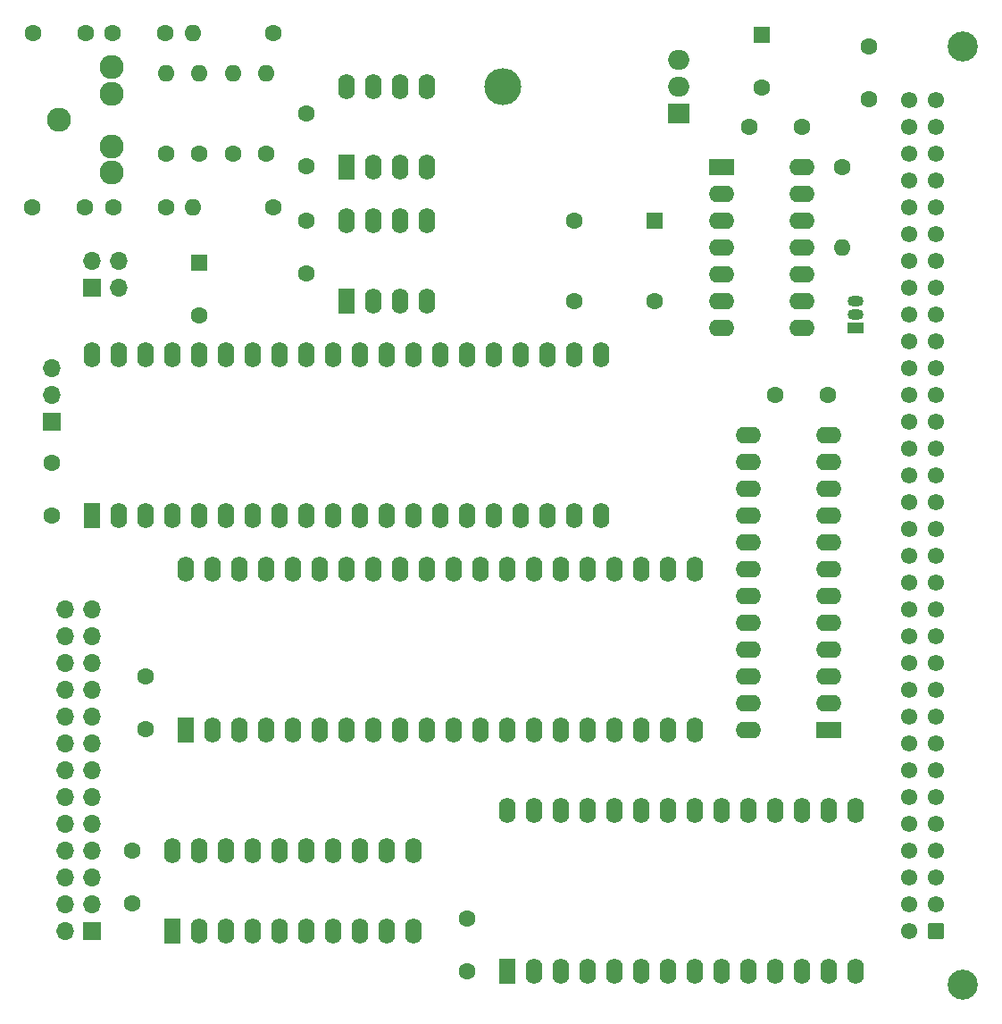
<source format=gbs>
%TF.GenerationSoftware,KiCad,Pcbnew,8.0.3+1*%
%TF.CreationDate,2024-06-17T20:37:03+02:00*%
%TF.ProjectId,qsound3,71736f75-6e64-4332-9e6b-696361645f70,0.1b*%
%TF.SameCoordinates,Original*%
%TF.FileFunction,Soldermask,Bot*%
%TF.FilePolarity,Negative*%
%FSLAX46Y46*%
G04 Gerber Fmt 4.6, Leading zero omitted, Abs format (unit mm)*
G04 Created by KiCad (PCBNEW 8.0.3+1) date 2024-06-17 20:37:03*
%MOMM*%
%LPD*%
G01*
G04 APERTURE LIST*
G04 Aperture macros list*
%AMRoundRect*
0 Rectangle with rounded corners*
0 $1 Rounding radius*
0 $2 $3 $4 $5 $6 $7 $8 $9 X,Y pos of 4 corners*
0 Add a 4 corners polygon primitive as box body*
4,1,4,$2,$3,$4,$5,$6,$7,$8,$9,$2,$3,0*
0 Add four circle primitives for the rounded corners*
1,1,$1+$1,$2,$3*
1,1,$1+$1,$4,$5*
1,1,$1+$1,$6,$7*
1,1,$1+$1,$8,$9*
0 Add four rect primitives between the rounded corners*
20,1,$1+$1,$2,$3,$4,$5,0*
20,1,$1+$1,$4,$5,$6,$7,0*
20,1,$1+$1,$6,$7,$8,$9,0*
20,1,$1+$1,$8,$9,$2,$3,0*%
G04 Aperture macros list end*
%ADD10R,1.600000X2.400000*%
%ADD11O,1.600000X2.400000*%
%ADD12C,1.600000*%
%ADD13R,1.500000X1.050000*%
%ADD14O,1.500000X1.050000*%
%ADD15O,1.600000X1.600000*%
%ADD16R,1.700000X1.700000*%
%ADD17O,1.700000X1.700000*%
%ADD18C,2.286000*%
%ADD19R,1.600000X1.600000*%
%ADD20R,2.400000X1.600000*%
%ADD21O,2.400000X1.600000*%
%ADD22O,3.500000X3.500000*%
%ADD23R,2.000000X1.905000*%
%ADD24O,2.000000X1.905000*%
%ADD25C,2.850000*%
%ADD26RoundRect,0.249999X0.525001X-0.525001X0.525001X0.525001X-0.525001X0.525001X-0.525001X-0.525001X0*%
%ADD27C,1.550000*%
G04 APERTURE END LIST*
D10*
%TO.C,U9*%
X134630000Y-59705000D03*
D11*
X137170000Y-59705000D03*
X139710000Y-59705000D03*
X142250000Y-59705000D03*
X142250000Y-52085000D03*
X139710000Y-52085000D03*
X137170000Y-52085000D03*
X134630000Y-52085000D03*
%TD*%
D10*
%TO.C,U7*%
X110490000Y-92710000D03*
D11*
X113030000Y-92710000D03*
X115570000Y-92710000D03*
X118110000Y-92710000D03*
X120650000Y-92710000D03*
X123190000Y-92710000D03*
X125730000Y-92710000D03*
X128270000Y-92710000D03*
X130810000Y-92710000D03*
X133350000Y-92710000D03*
X135890000Y-92710000D03*
X138430000Y-92710000D03*
X140970000Y-92710000D03*
X143510000Y-92710000D03*
X146050000Y-92710000D03*
X148590000Y-92710000D03*
X151130000Y-92710000D03*
X153670000Y-92710000D03*
X156210000Y-92710000D03*
X158750000Y-92710000D03*
X158750000Y-77470000D03*
X156210000Y-77470000D03*
X153670000Y-77470000D03*
X151130000Y-77470000D03*
X148590000Y-77470000D03*
X146050000Y-77470000D03*
X143510000Y-77470000D03*
X140970000Y-77470000D03*
X138430000Y-77470000D03*
X135890000Y-77470000D03*
X133350000Y-77470000D03*
X130810000Y-77470000D03*
X128270000Y-77470000D03*
X125730000Y-77470000D03*
X123190000Y-77470000D03*
X120650000Y-77470000D03*
X118110000Y-77470000D03*
X115570000Y-77470000D03*
X113030000Y-77470000D03*
X110490000Y-77470000D03*
%TD*%
D12*
%TO.C,C1*%
X184150000Y-53300000D03*
X184150000Y-48300000D03*
%TD*%
%TO.C,C6*%
X180260000Y-81280000D03*
X175260000Y-81280000D03*
%TD*%
%TO.C,C7*%
X106680000Y-87710000D03*
X106680000Y-92710000D03*
%TD*%
D13*
%TO.C,Q1*%
X182880000Y-74930000D03*
D14*
X182880000Y-73660000D03*
X182880000Y-72390000D03*
%TD*%
D12*
%TO.C,R2*%
X127635000Y-46990000D03*
D15*
X120015000Y-46990000D03*
%TD*%
D12*
%TO.C,R6*%
X127000000Y-58420000D03*
D15*
X127000000Y-50800000D03*
%TD*%
D10*
%TO.C,U8*%
X118110000Y-132080000D03*
D11*
X120650000Y-132080000D03*
X123190000Y-132080000D03*
X125730000Y-132080000D03*
X128270000Y-132080000D03*
X130810000Y-132080000D03*
X133350000Y-132080000D03*
X135890000Y-132080000D03*
X138430000Y-132080000D03*
X140970000Y-132080000D03*
X140970000Y-124460000D03*
X138430000Y-124460000D03*
X135890000Y-124460000D03*
X133350000Y-124460000D03*
X130810000Y-124460000D03*
X128270000Y-124460000D03*
X125730000Y-124460000D03*
X123190000Y-124460000D03*
X120650000Y-124460000D03*
X118110000Y-124460000D03*
%TD*%
D16*
%TO.C,JP2*%
X110490000Y-71125000D03*
D17*
X110490000Y-68585000D03*
X113030000Y-71125000D03*
X113030000Y-68585000D03*
%TD*%
D10*
%TO.C,U5*%
X134620000Y-72390000D03*
D11*
X137160000Y-72390000D03*
X139700000Y-72390000D03*
X142240000Y-72390000D03*
X142240000Y-64770000D03*
X139700000Y-64770000D03*
X137160000Y-64770000D03*
X134620000Y-64770000D03*
%TD*%
D12*
%TO.C,C8*%
X114300000Y-124500000D03*
X114300000Y-129500000D03*
%TD*%
%TO.C,C14*%
X109815000Y-63500000D03*
X104815000Y-63500000D03*
%TD*%
%TO.C,C2*%
X146050000Y-135890000D03*
X146050000Y-130890000D03*
%TD*%
%TO.C,R5*%
X123825000Y-58420000D03*
D15*
X123825000Y-50800000D03*
%TD*%
D12*
%TO.C,C13*%
X117435000Y-46990000D03*
X112435000Y-46990000D03*
%TD*%
%TO.C,R1*%
X181610000Y-59690000D03*
D15*
X181610000Y-67310000D03*
%TD*%
D18*
%TO.C,J2*%
X107315000Y-55245000D03*
X112315000Y-50245000D03*
X112315000Y-52745000D03*
X112315000Y-60245000D03*
X112315000Y-57745000D03*
%TD*%
D12*
%TO.C,R4*%
X120650000Y-58420000D03*
D15*
X120650000Y-50800000D03*
%TD*%
D12*
%TO.C,C9*%
X130810000Y-59650000D03*
X130810000Y-54650000D03*
%TD*%
%TO.C,R3*%
X117475000Y-58420000D03*
D15*
X117475000Y-50800000D03*
%TD*%
D16*
%TO.C,J3*%
X110490000Y-132080000D03*
D17*
X107950000Y-132080000D03*
X110490000Y-129540000D03*
X107950000Y-129540000D03*
X110490000Y-127000000D03*
X107950000Y-127000000D03*
X110490000Y-124460000D03*
X107950000Y-124460000D03*
X110490000Y-121920000D03*
X107950000Y-121920000D03*
X110490000Y-119380000D03*
X107950000Y-119380000D03*
X110490000Y-116840000D03*
X107950000Y-116840000D03*
X110490000Y-114300000D03*
X107950000Y-114300000D03*
X110490000Y-111760000D03*
X107950000Y-111760000D03*
X110490000Y-109220000D03*
X107950000Y-109220000D03*
X110490000Y-106680000D03*
X107950000Y-106680000D03*
X110490000Y-104140000D03*
X107950000Y-104140000D03*
X110490000Y-101600000D03*
X107950000Y-101600000D03*
%TD*%
D12*
%TO.C,C4*%
X115570000Y-107950000D03*
X115570000Y-112950000D03*
%TD*%
D19*
%TO.C,X1*%
X163830000Y-64770000D03*
D12*
X156210000Y-64770000D03*
X156210000Y-72390000D03*
X163830000Y-72390000D03*
%TD*%
D19*
%TO.C,C11*%
X120650000Y-68717349D03*
D12*
X120650000Y-73717349D03*
%TD*%
D20*
%TO.C,U3*%
X170170000Y-59685000D03*
D21*
X170170000Y-62225000D03*
X170170000Y-64765000D03*
X170170000Y-67305000D03*
X170170000Y-69845000D03*
X170170000Y-72385000D03*
X170170000Y-74925000D03*
X177790000Y-74925000D03*
X177790000Y-72385000D03*
X177790000Y-69845000D03*
X177790000Y-67305000D03*
X177790000Y-64765000D03*
X177790000Y-62225000D03*
X177790000Y-59685000D03*
%TD*%
D12*
%TO.C,C15*%
X117475000Y-63500000D03*
X112475000Y-63500000D03*
%TD*%
D19*
%TO.C,C10*%
X173990000Y-47127349D03*
D12*
X173990000Y-52127349D03*
%TD*%
%TO.C,R7*%
X127635000Y-63500000D03*
D15*
X120015000Y-63500000D03*
%TD*%
D16*
%TO.C,JP1*%
X106680000Y-83805000D03*
D17*
X106680000Y-81265000D03*
X106680000Y-78725000D03*
%TD*%
D22*
%TO.C,U1*%
X149415000Y-52070000D03*
D23*
X166075000Y-54610000D03*
D24*
X166075000Y-52070000D03*
X166075000Y-49530000D03*
%TD*%
D12*
%TO.C,C12*%
X109855000Y-46990000D03*
X104855000Y-46990000D03*
%TD*%
%TO.C,C3*%
X177760000Y-55880000D03*
X172760000Y-55880000D03*
%TD*%
D20*
%TO.C,U6*%
X180340000Y-113030000D03*
D21*
X180340000Y-110490000D03*
X180340000Y-107950000D03*
X180340000Y-105410000D03*
X180340000Y-102870000D03*
X180340000Y-100330000D03*
X180340000Y-97790000D03*
X180340000Y-95250000D03*
X180340000Y-92710000D03*
X180340000Y-90170000D03*
X180340000Y-87630000D03*
X180340000Y-85090000D03*
X172720000Y-85090000D03*
X172720000Y-87630000D03*
X172720000Y-90170000D03*
X172720000Y-92710000D03*
X172720000Y-95250000D03*
X172720000Y-97790000D03*
X172720000Y-100330000D03*
X172720000Y-102870000D03*
X172720000Y-105410000D03*
X172720000Y-107950000D03*
X172720000Y-110490000D03*
X172720000Y-113030000D03*
%TD*%
D25*
%TO.C,J1*%
X193040000Y-48260000D03*
X193040000Y-137160000D03*
D26*
X190500000Y-132080000D03*
D27*
X190500000Y-129540000D03*
X190500000Y-127000000D03*
X190500000Y-124460000D03*
X190500000Y-121920000D03*
X190500000Y-119380000D03*
X190500000Y-116840000D03*
X190500000Y-114300000D03*
X190500000Y-111760000D03*
X190500000Y-109220000D03*
X190500000Y-106680000D03*
X190500000Y-104140000D03*
X190500000Y-101600000D03*
X190500000Y-99060000D03*
X190500000Y-96520000D03*
X190500000Y-93980000D03*
X190500000Y-91440000D03*
X190500000Y-88900000D03*
X190500000Y-86360000D03*
X190500000Y-83820000D03*
X190500000Y-81280000D03*
X190500000Y-78740000D03*
X190500000Y-76200000D03*
X190500000Y-73660000D03*
X190500000Y-71120000D03*
X190500000Y-68580000D03*
X190500000Y-66040000D03*
X190500000Y-63500000D03*
X190500000Y-60960000D03*
X190500000Y-58420000D03*
X190500000Y-55880000D03*
X190500000Y-53340000D03*
X187960000Y-132080000D03*
X187960000Y-129540000D03*
X187960000Y-127000000D03*
X187960000Y-124460000D03*
X187960000Y-121920000D03*
X187960000Y-119380000D03*
X187960000Y-116840000D03*
X187960000Y-114300000D03*
X187960000Y-111760000D03*
X187960000Y-109220000D03*
X187960000Y-106680000D03*
X187960000Y-104140000D03*
X187960000Y-101600000D03*
X187960000Y-99060000D03*
X187960000Y-96520000D03*
X187960000Y-93980000D03*
X187960000Y-91440000D03*
X187960000Y-88900000D03*
X187960000Y-86360000D03*
X187960000Y-83820000D03*
X187960000Y-81280000D03*
X187960000Y-78740000D03*
X187960000Y-76200000D03*
X187960000Y-73660000D03*
X187960000Y-71120000D03*
X187960000Y-68580000D03*
X187960000Y-66040000D03*
X187960000Y-63500000D03*
X187960000Y-60960000D03*
X187960000Y-58420000D03*
X187960000Y-55880000D03*
X187960000Y-53340000D03*
%TD*%
D10*
%TO.C,U2*%
X149860000Y-135890000D03*
D11*
X152400000Y-135890000D03*
X154940000Y-135890000D03*
X157480000Y-135890000D03*
X160020000Y-135890000D03*
X162560000Y-135890000D03*
X165100000Y-135890000D03*
X167640000Y-135890000D03*
X170180000Y-135890000D03*
X172720000Y-135890000D03*
X175260000Y-135890000D03*
X177800000Y-135890000D03*
X180340000Y-135890000D03*
X182880000Y-135890000D03*
X182880000Y-120650000D03*
X180340000Y-120650000D03*
X177800000Y-120650000D03*
X175260000Y-120650000D03*
X172720000Y-120650000D03*
X170180000Y-120650000D03*
X167640000Y-120650000D03*
X165100000Y-120650000D03*
X162560000Y-120650000D03*
X160020000Y-120650000D03*
X157480000Y-120650000D03*
X154940000Y-120650000D03*
X152400000Y-120650000D03*
X149860000Y-120650000D03*
%TD*%
D12*
%TO.C,C5*%
X130810000Y-64810000D03*
X130810000Y-69810000D03*
%TD*%
D10*
%TO.C,U4*%
X119385000Y-113010000D03*
D11*
X121925000Y-113010000D03*
X124465000Y-113010000D03*
X127005000Y-113010000D03*
X129545000Y-113010000D03*
X132085000Y-113010000D03*
X134625000Y-113010000D03*
X137165000Y-113010000D03*
X139705000Y-113010000D03*
X142245000Y-113010000D03*
X144785000Y-113010000D03*
X147325000Y-113010000D03*
X149865000Y-113010000D03*
X152405000Y-113010000D03*
X154945000Y-113010000D03*
X157485000Y-113010000D03*
X160025000Y-113010000D03*
X162565000Y-113010000D03*
X165105000Y-113010000D03*
X167645000Y-113010000D03*
X167645000Y-97770000D03*
X165105000Y-97770000D03*
X162565000Y-97770000D03*
X160025000Y-97770000D03*
X157485000Y-97770000D03*
X154945000Y-97770000D03*
X152405000Y-97770000D03*
X149865000Y-97770000D03*
X147325000Y-97770000D03*
X144785000Y-97770000D03*
X142245000Y-97770000D03*
X139705000Y-97770000D03*
X137165000Y-97770000D03*
X134625000Y-97770000D03*
X132085000Y-97770000D03*
X129545000Y-97770000D03*
X127005000Y-97770000D03*
X124465000Y-97770000D03*
X121925000Y-97770000D03*
X119385000Y-97770000D03*
%TD*%
M02*

</source>
